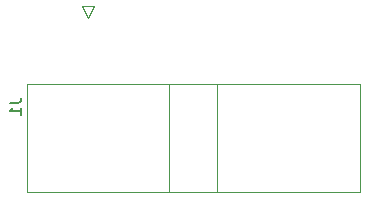
<source format=gbo>
G04 #@! TF.GenerationSoftware,KiCad,Pcbnew,(6.0.7)*
G04 #@! TF.CreationDate,2024-12-28T01:02:52-06:00*
G04 #@! TF.ProjectId,MSX-One_Keyboard,4d53582d-4f6e-4655-9f4b-6579626f6172,1.0*
G04 #@! TF.SameCoordinates,Original*
G04 #@! TF.FileFunction,Legend,Bot*
G04 #@! TF.FilePolarity,Positive*
%FSLAX46Y46*%
G04 Gerber Fmt 4.6, Leading zero omitted, Abs format (unit mm)*
G04 Created by KiCad (PCBNEW (6.0.7)) date 2024-12-28 01:02:52*
%MOMM*%
%LPD*%
G01*
G04 APERTURE LIST*
%ADD10C,0.150000*%
%ADD11C,0.120000*%
G04 APERTURE END LIST*
D10*
X273704880Y-104641666D02*
X274419166Y-104641666D01*
X274562023Y-104594047D01*
X274657261Y-104498809D01*
X274704880Y-104355952D01*
X274704880Y-104260714D01*
X274704880Y-105641666D02*
X274704880Y-105070238D01*
X274704880Y-105355952D02*
X273704880Y-105355952D01*
X273847738Y-105260714D01*
X273942976Y-105165476D01*
X273990595Y-105070238D01*
D11*
X291292500Y-103030000D02*
X291292500Y-112150000D01*
X275142500Y-112150000D02*
X303342500Y-112150000D01*
X287192500Y-103030000D02*
X287192500Y-112150000D01*
X303342500Y-103030000D02*
X275142500Y-103030000D01*
X275142500Y-103030000D02*
X275142500Y-112150000D01*
X280852500Y-96410000D02*
X280352500Y-97410000D01*
X279852500Y-96410000D02*
X280852500Y-96410000D01*
X303342500Y-112150000D02*
X303342500Y-103030000D01*
X280352500Y-97410000D02*
X279852500Y-96410000D01*
M02*

</source>
